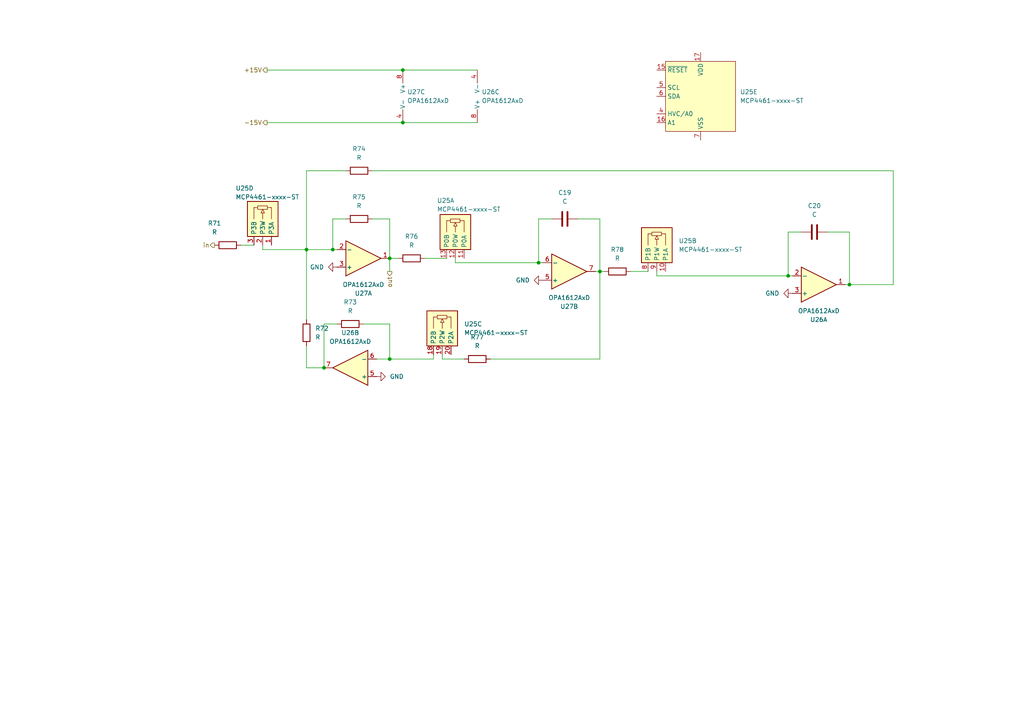
<source format=kicad_sch>
(kicad_sch (version 20250114) (generator "eeschema") (generator_version "9.0")
  (paper "A4")
  (lib_symbols
    (symbol "Amplifier_Operational:OPA1612AxD" (pin_names (offset 0.127))
      (property "Reference" "U" (at 0 5.08 0))
      (property "Value" "OPA1612AxD" (at 0 -5.08 0))
      (symbol "OPA1612AxD_1_1"
        (polyline (pts (xy -5.08 5.08) (xy 5.08 0) (xy -5.08 -5.08) (xy -5.08 5.08)) (stroke (width 0.254)) (fill (type background)))
        (pin input line (at -7.62 2.54 0) (length 2.54) (name "+") (number "3"))
        (pin input line (at -7.62 -2.54 0) (length 2.54) (name "-") (number "2"))
        (pin output line (at 7.62 0 180) (length 2.54) (name "~") (number "1"))
      )
      (symbol "OPA1612AxD_2_1"
        (polyline (pts (xy -5.08 5.08) (xy 5.08 0) (xy -5.08 -5.08) (xy -5.08 5.08)) (stroke (width 0.254)) (fill (type background)))
        (pin input line (at -7.62 2.54 0) (length 2.54) (name "+") (number "5"))
        (pin input line (at -7.62 -2.54 0) (length 2.54) (name "-") (number "6"))
        (pin output line (at 7.62 0 180) (length 2.54) (name "~") (number "7"))
      )
      (symbol "OPA1612AxD_3_1"
        (pin power_in line (at -2.54 7.62 270) (length 3.81) (name "V+") (number "8"))
        (pin power_in line (at -2.54 -7.62 90) (length 3.81) (name "V-") (number "4"))
      )
    )
    (symbol "Device:C" (pin_numbers (hide yes)) (pin_names (offset 0.254))
      (property "Reference" "C" (at 0.635 2.54 0))
      (property "Value" "C" (at 0.635 -2.54 0))
      (symbol "C_0_1"
        (polyline (pts (xy -2.032 0.762) (xy 2.032 0.762)) (stroke (width 0.508)))
        (polyline (pts (xy -2.032 -0.762) (xy 2.032 -0.762)) (stroke (width 0.508)))
      )
      (symbol "C_1_1"
        (pin passive line (at 0 3.81 270) (length 2.794) (name "~") (number "1"))
        (pin passive line (at 0 -3.81 90) (length 2.794) (name "~") (number "2"))
      )
    )
    (symbol "Device:R" (pin_numbers (hide yes)) (pin_names (offset 0))
      (property "Reference" "R" (at 2.032 0 90))
      (property "Value" "R" (at 0 0 90))
      (symbol "R_0_1"
        (rectangle (start -1.016 -2.54) (end 1.016 2.54) (stroke (width 0.254)))
      )
      (symbol "R_1_1"
        (pin passive line (at 0 3.81 270) (length 1.27) (name "~") (number "1"))
        (pin passive line (at 0 -3.81 90) (length 1.27) (name "~") (number "2"))
      )
    )
    (symbol "Potentiometer_Digital:MCP4461-xxxx-ST"
      (property "Reference" "U" (at -8.89 11.43 0))
      (property "Value" "MCP4461-xxxx-ST" (at 10.16 -11.43 0))
      (symbol "MCP4461-xxxx-ST_1_1"
        (polyline (pts (xy 1.7272 0) (xy 0 0)))
        (polyline (pts (xy 1.7272 -0.508) (xy 1.7272 0.508) (xy 2.7432 0) (xy 1.7272 -0.508) (xy 1.7272 -0.508)))
        (polyline (pts (xy 3.302 2.54) (xy 0 2.54)) (fill (type background)))
        (polyline (pts (xy 3.302 2.54) (xy 3.302 2.286) (xy 3.302 2.286)) (fill (type background)))
        (polyline (pts (xy 3.302 2.286) (xy 3.302 1.4478)))
        (polyline (pts (xy 3.302 -2.3114) (xy 3.302 -1.3716)))
        (polyline (pts (xy 3.302 -2.54) (xy 0 -2.54)) (fill (type background)))
        (polyline (pts (xy 3.302 -2.54) (xy 3.302 -2.286) (xy 3.302 -2.286)))
        (rectangle (start 3.7846 -1.3462) (end 2.7686 1.4478))
        (rectangle (start 5.08 -4.445) (end -5.08 4.445) (stroke (width 0.254)) (fill (type background)))
        (pin passive line (at -7.62 2.54 0) (length 2.54) (name "P0B") (number "13"))
        (pin passive line (at -7.62 0 0) (length 2.54) (name "P0W") (number "12"))
        (pin passive line (at -7.62 -2.54 0) (length 2.54) (name "P0A") (number "11"))
      )
      (symbol "MCP4461-xxxx-ST_2_1"
        (polyline (pts (xy 1.7272 0) (xy 0 0)))
        (polyline (pts (xy 1.7272 -0.508) (xy 1.7272 0.508) (xy 2.7432 0) (xy 1.7272 -0.508) (xy 1.7272 -0.508)))
        (polyline (pts (xy 3.302 2.54) (xy 0 2.54)) (fill (type background)))
        (polyline (pts (xy 3.302 2.54) (xy 3.302 2.286) (xy 3.302 2.286)) (fill (type background)))
        (polyline (pts (xy 3.302 2.286) (xy 3.302 1.4478)))
        (polyline (pts (xy 3.302 -2.3114) (xy 3.302 -1.3716)))
        (polyline (pts (xy 3.302 -2.54) (xy 0 -2.54)) (fill (type background)))
        (polyline (pts (xy 3.302 -2.54) (xy 3.302 -2.286) (xy 3.302 -2.286)))
        (rectangle (start 3.7846 -1.3462) (end 2.7686 1.4478))
        (rectangle (start 5.08 -4.445) (end -5.08 4.445) (stroke (width 0.254)) (fill (type background)))
        (pin passive line (at -7.62 2.54 0) (length 2.54) (name "P1B") (number "8"))
        (pin passive line (at -7.62 0 0) (length 2.54) (name "P1W") (number "9"))
        (pin passive line (at -7.62 -2.54 0) (length 2.54) (name "P1A") (number "10"))
      )
      (symbol "MCP4461-xxxx-ST_3_1"
        (polyline (pts (xy 1.7272 0) (xy 0 0)))
        (polyline (pts (xy 1.7272 -0.508) (xy 1.7272 0.508) (xy 2.7432 0) (xy 1.7272 -0.508) (xy 1.7272 -0.508)))
        (polyline (pts (xy 3.302 2.54) (xy 0 2.54)) (fill (type background)))
        (polyline (pts (xy 3.302 2.54) (xy 3.302 2.286) (xy 3.302 2.286)) (fill (type background)))
        (polyline (pts (xy 3.302 2.286) (xy 3.302 1.4478)))
        (polyline (pts (xy 3.302 -2.3114) (xy 3.302 -1.3716)))
        (polyline (pts (xy 3.302 -2.54) (xy 0 -2.54)) (fill (type background)))
        (polyline (pts (xy 3.302 -2.54) (xy 3.302 -2.286) (xy 3.302 -2.286)))
        (rectangle (start 3.7846 -1.3462) (end 2.7686 1.4478))
        (rectangle (start 5.08 -4.445) (end -5.08 4.445) (stroke (width 0.254)) (fill (type background)))
        (pin passive line (at -7.62 2.54 0) (length 2.54) (name "P2B") (number "18"))
        (pin passive line (at -7.62 0 0) (length 2.54) (name "P2W") (number "19"))
        (pin passive line (at -7.62 -2.54 0) (length 2.54) (name "P2A") (number "20"))
      )
      (symbol "MCP4461-xxxx-ST_4_1"
        (polyline (pts (xy 1.7272 0) (xy 0 0)))
        (polyline (pts (xy 1.7272 -0.508) (xy 1.7272 0.508) (xy 2.7432 0) (xy 1.7272 -0.508) (xy 1.7272 -0.508)))
        (polyline (pts (xy 3.302 2.54) (xy 0 2.54)) (fill (type background)))
        (polyline (pts (xy 3.302 2.54) (xy 3.302 2.286) (xy 3.302 2.286)) (fill (type background)))
        (polyline (pts (xy 3.302 2.286) (xy 3.302 1.4478)))
        (polyline (pts (xy 3.302 -2.3114) (xy 3.302 -1.3716)))
        (polyline (pts (xy 3.302 -2.54) (xy 0 -2.54)) (fill (type background)))
        (polyline (pts (xy 3.302 -2.54) (xy 3.302 -2.286) (xy 3.302 -2.286)))
        (rectangle (start 3.7846 -1.3462) (end 2.7686 1.4478))
        (rectangle (start 5.08 -4.445) (end -5.08 4.445) (stroke (width 0.254)) (fill (type background)))
        (pin passive line (at -7.62 2.54 0) (length 2.54) (name "P3B") (number "3"))
        (pin passive line (at -7.62 0 0) (length 2.54) (name "P3W") (number "2"))
        (pin passive line (at -7.62 -2.54 0) (length 2.54) (name "P3A") (number "1"))
      )
      (symbol "MCP4461-xxxx-ST_5_1"
        (rectangle (start -10.16 10.16) (end 10.16 -10.16) (fill (type background)))
        (pin input line (at -12.7 7.62 0) (length 2.54) (name "~{RESET}") (number "15"))
        (pin input line (at -12.7 2.54 0) (length 2.54) (name "SCL") (number "5"))
        (pin bidirectional line (at -12.7 0 0) (length 2.54) (name "SDA") (number "6"))
        (pin input line (at -12.7 -5.08 0) (length 2.54) (name "HVC/A0") (number "4"))
        (pin input line (at -12.7 -7.62 0) (length 2.54) (name "A1") (number "16"))
        (pin no_connect line (at -10.16 -2.54 0) (length 2.54) (hide yes) (name "NC") (number "14"))
        (pin power_in line (at 0 12.7 270) (length 2.54) (name "VDD") (number "17"))
        (pin power_in line (at 0 -12.7 90) (length 2.54) (name "VSS") (number "7"))
      )
    )
    (symbol "power:GND" (power) (pin_numbers (hide yes)) (pin_names (offset 0) (hide yes))
      (property "Value" "GND" (at 0 -3.81 0))
      (symbol "GND_0_1"
        (polyline (pts (xy 0 0) (xy 0 -1.27) (xy 1.27 -1.27) (xy 0 -2.54) (xy -1.27 -1.27) (xy 0 -1.27)))
      )
      (symbol "GND_1_1"
        (pin power_in line (at 0 0 270) (length 0) (name "~") (number "1"))
      )
    )
  )
  (junction (at 173.99 78.74))
  (junction (at 156.21 76.2))
  (junction (at 116.84 20.32))
  (junction (at 228.6 80.01))
  (junction (at 96.52 72.39))
  (junction (at 113.03 104.14))
  (junction (at 113.03 74.93))
  (junction (at 246.38 82.55))
  (junction (at 88.9 72.39))
  (junction (at 116.84 35.56))
  (junction (at 93.98 106.68))
  (wire (pts (xy 190.5 80.01) (xy 228.6 80.01)))
  (wire (pts (xy 132.08 76.2) (xy 156.21 76.2)))
  (wire (pts (xy 96.52 63.5) (xy 96.52 72.39)))
  (wire (pts (xy 113.03 93.98) (xy 113.03 104.14)))
  (wire (pts (xy 76.2 72.39) (xy 88.9 72.39)))
  (wire (pts (xy 105.41 93.98) (xy 113.03 93.98)))
  (wire (pts (xy 173.99 78.74) (xy 175.26 78.74)))
  (wire (pts (xy 128.27 102.87) (xy 128.27 104.14)))
  (wire (pts (xy 100.33 63.5) (xy 96.52 63.5)))
  (wire (pts (xy 113.03 63.5) (xy 107.95 63.5)))
  (wire (pts (xy 190.5 78.74) (xy 190.5 80.01)))
  (wire (pts (xy 113.03 104.14) (xy 109.22 104.14)))
  (wire (pts (xy 97.79 72.39) (xy 96.52 72.39)))
  (wire (pts (xy 172.72 78.74) (xy 173.99 78.74)))
  (wire (pts (xy 113.03 74.93) (xy 115.57 74.93)))
  (wire (pts (xy 93.98 106.68) (xy 93.98 93.98)))
  (wire (pts (xy 88.9 49.53) (xy 88.9 72.39)))
  (wire (pts (xy 123.19 74.93) (xy 129.54 74.93)))
  (wire (pts (xy 246.38 82.55) (xy 259.08 82.55)))
  (wire (pts (xy 156.21 63.5) (xy 156.21 76.2)))
  (wire (pts (xy 156.21 76.2) (xy 157.48 76.2)))
  (wire (pts (xy 77.47 20.32) (xy 116.84 20.32)))
  (wire (pts (xy 125.73 102.87) (xy 125.73 104.14)))
  (wire (pts (xy 125.73 104.14) (xy 113.03 104.14)))
  (wire (pts (xy 93.98 93.98) (xy 97.79 93.98)))
  (wire (pts (xy 116.84 20.32) (xy 138.43 20.32)))
  (wire (pts (xy 113.03 78.74) (xy 113.03 74.93)))
  (wire (pts (xy 88.9 72.39) (xy 88.9 92.71)))
  (wire (pts (xy 96.52 72.39) (xy 88.9 72.39)))
  (wire (pts (xy 228.6 80.01) (xy 229.87 80.01)))
  (wire (pts (xy 173.99 78.74) (xy 173.99 104.14)))
  (wire (pts (xy 116.84 35.56) (xy 138.43 35.56)))
  (wire (pts (xy 107.95 49.53) (xy 259.08 49.53)))
  (wire (pts (xy 246.38 82.55) (xy 246.38 67.31)))
  (wire (pts (xy 116.84 35.56) (xy 77.47 35.56)))
  (wire (pts (xy 76.2 72.39) (xy 76.2 71.12)))
  (wire (pts (xy 160.02 63.5) (xy 156.21 63.5)))
  (wire (pts (xy 173.99 78.74) (xy 173.99 63.5)))
  (wire (pts (xy 69.85 71.12) (xy 73.66 71.12)))
  (wire (pts (xy 245.11 82.55) (xy 246.38 82.55)))
  (wire (pts (xy 173.99 63.5) (xy 167.64 63.5)))
  (wire (pts (xy 88.9 100.33) (xy 88.9 106.68)))
  (wire (pts (xy 259.08 82.55) (xy 259.08 49.53)))
  (wire (pts (xy 228.6 67.31) (xy 228.6 80.01)))
  (wire (pts (xy 182.88 78.74) (xy 187.96 78.74)))
  (wire (pts (xy 128.27 104.14) (xy 134.62 104.14)))
  (wire (pts (xy 88.9 106.68) (xy 93.98 106.68)))
  (wire (pts (xy 113.03 74.93) (xy 113.03 63.5)))
  (wire (pts (xy 132.08 74.93) (xy 132.08 76.2)))
  (wire (pts (xy 142.24 104.14) (xy 173.99 104.14)))
  (wire (pts (xy 100.33 49.53) (xy 88.9 49.53)))
  (wire (pts (xy 246.38 67.31) (xy 240.03 67.31)))
  (wire (pts (xy 232.41 67.31) (xy 228.6 67.31)))
  (hierarchical_label "in" (shape output) (at 62.23 71.12 180))
  (hierarchical_label "+15V" (shape output) (at 77.47 20.32 180))
  (hierarchical_label "out" (shape output) (at 113.03 78.74 270))
  (hierarchical_label "-15V" (shape output) (at 77.47 35.56 180))
  (symbol (lib_id "Device:R") (at 66.04 71.12 90) (unit 1)
    (property "Reference" "R71" (at 62.23 64.77 90))
    (property "Value" "R" (at 62.23 67.31 90))
    (property "Description" "Resistor" (effects (hide yes)))
    (instances (project "KICAD PEQ" (path "" (reference "R71") (unit 1)) (path "" (reference "R79") (unit 1))))
  )
  (symbol (lib_id "Device:R") (at 88.9 96.52 180) (unit 1)
    (property "Reference" "R72" (at 91.44 95.2499 0) (effects (justify right)))
    (property "Value" "R" (at 91.44 97.7899 0) (effects (justify right)))
    (property "Description" "Resistor" (effects (hide yes)))
    (instances (project "KICAD PEQ" (path "" (reference "R72") (unit 1)) (path "" (reference "R80") (unit 1))))
  )
  (symbol (lib_id "Potentiometer_Digital:MCP4461-xxxx-ST") (at 203.2 27.94 0) (unit 5)
    (property "Reference" "U25" (at 214.63 26.6699 0) (effects (justify left)))
    (property "Value" "MCP4461-xxxx-ST" (at 214.63 29.2099 0) (effects (justify left)))
    (property "Footprint" "Package_SO:TSSOP-20_4.4x6.5mm_P0.65mm" (effects (hide yes)))
    (property "Datasheet" "https://ww1.microchip.com/downloads/en/DeviceDoc/22267A_MCP4431.pdf" (effects (hide yes)))
    (property "Description" "Quad 8 Bit Digital Potentiometer, I²C, Nonvolatile Memory, TSSOP-20" (effects (hide yes)))
    (instances (project "KICAD PEQ" (path "" (reference "U25") (unit 5)) (path "" (reference "U28") (unit 5))))
  )
  (symbol (lib_id "Device:C") (at 236.22 67.31 90) (unit 1)
    (property "Reference" "C20" (at 236.22 59.69 90))
    (property "Value" "C" (at 236.22 62.23 90))
    (property "Description" "Unpolarized capacitor" (effects (hide yes)))
    (instances (project "KICAD PEQ" (path "" (reference "C20") (unit 1)) (path "" (reference "C22") (unit 1))))
  )
  (symbol (lib_id "Device:C") (at 163.83 63.5 90) (unit 1)
    (property "Reference" "C19" (at 163.83 55.88 90))
    (property "Value" "C" (at 163.83 58.42 90))
    (property "Description" "Unpolarized capacitor" (effects (hide yes)))
    (instances (project "KICAD PEQ" (path "" (reference "C19") (unit 1)) (path "" (reference "C21") (unit 1))))
  )
  (symbol (lib_id "Potentiometer_Digital:MCP4461-xxxx-ST") (at 190.5 71.12 90) (unit 2)
    (property "Reference" "U25" (at 196.85 69.8499 90) (effects (justify right)))
    (property "Value" "MCP4461-xxxx-ST" (at 196.85 72.3899 90) (effects (justify right)))
    (property "Footprint" "Package_SO:TSSOP-20_4.4x6.5mm_P0.65mm" (effects (hide yes)))
    (property "Datasheet" "https://ww1.microchip.com/downloads/en/DeviceDoc/22267A_MCP4431.pdf" (effects (hide yes)))
    (property "Description" "Quad 8 Bit Digital Potentiometer, I²C, Nonvolatile Memory, TSSOP-20" (effects (hide yes)))
    (instances (project "KICAD PEQ" (path "" (reference "U25") (unit 2)) (path "" (reference "U28") (unit 2))))
  )
  (symbol (lib_id "power:GND") (at 109.22 109.22 90) (unit 1)
    (property "Reference" "#PWR044" (effects (hide yes)))
    (property "Value" "GND" (at 113.03 109.2199 90) (effects (justify right)))
    (property "Description" "Power symbol creates a global label with name \"GND\" , ground" (effects (hide yes)))
    (instances (project "KICAD PEQ" (path "" (reference "#PWR044") (unit 1)) (path "" (reference "#PWR048") (unit 1))))
  )
  (symbol (lib_id "Device:R") (at 138.43 104.14 90) (unit 1)
    (property "Reference" "R77" (at 138.43 97.79 90))
    (property "Value" "R" (at 138.43 100.33 90))
    (property "Description" "Resistor" (effects (hide yes)))
    (instances (project "KICAD PEQ" (path "" (reference "R77") (unit 1)) (path "" (reference "R85") (unit 1))))
  )
  (symbol (lib_id "power:GND") (at 157.48 81.28 270) (unit 1)
    (property "Reference" "#PWR045" (effects (hide yes)))
    (property "Value" "GND" (at 153.67 81.2799 90) (effects (justify right)))
    (property "Description" "Power symbol creates a global label with name \"GND\" , ground" (effects (hide yes)))
    (instances (project "KICAD PEQ" (path "" (reference "#PWR045") (unit 1)) (path "" (reference "#PWR049") (unit 1))))
  )
  (symbol (lib_id "Device:R") (at 104.14 49.53 90) (unit 1)
    (property "Reference" "R74" (at 104.14 43.18 90))
    (property "Value" "R" (at 104.14 45.72 90))
    (property "Description" "Resistor" (effects (hide yes)))
    (instances (project "KICAD PEQ" (path "" (reference "R74") (unit 1)) (path "" (reference "R82") (unit 1))))
  )
  (symbol (lib_id "Device:R") (at 119.38 74.93 90) (unit 1)
    (property "Reference" "R76" (at 119.38 68.58 90))
    (property "Value" "R" (at 119.38 71.12 90))
    (property "Description" "Resistor" (effects (hide yes)))
    (instances (project "KICAD PEQ" (path "" (reference "R76") (unit 1)) (path "" (reference "R84") (unit 1))))
  )
  (symbol (lib_id "Amplifier_Operational:OPA1612AxD") (at 101.6 106.68 180) (unit 2)
    (property "Reference" "U26" (at 101.6 96.52 0))
    (property "Value" "OPA1612AxD" (at 101.6 99.06 0))
    (property "Footprint" "Package_SO:SOIC-8_5.3x6.2mm_P1.27mm" (effects (hide yes)))
    (property "Datasheet" "http://www.ti.com/lit/ds/symlink/opa1612.pdf" (effects (hide yes)))
    (property "Description" "Dual SoundPlus High Performance, Bipolar-Input Audio Operational Amplifiers, SOIC-8" (effects (hide yes)))
    (instances (project "KICAD PEQ" (path "" (reference "U26") (unit 2)) (path "" (reference "U29") (unit 2))))
  )
  (symbol (lib_id "power:GND") (at 229.87 85.09 270) (unit 1)
    (property "Reference" "#PWR046" (effects (hide yes)))
    (property "Value" "GND" (at 226.06 85.0899 90) (effects (justify right)))
    (property "Description" "Power symbol creates a global label with name \"GND\" , ground" (effects (hide yes)))
    (instances (project "KICAD PEQ" (path "" (reference "#PWR046") (unit 1)) (path "" (reference "#PWR050") (unit 1))))
  )
  (symbol (lib_id "Amplifier_Operational:OPA1612AxD") (at 237.49 82.55 0) (mirror x) (unit 1)
    (property "Reference" "U26" (at 237.49 92.71 0))
    (property "Value" "OPA1612AxD" (at 237.49 90.17 0))
    (property "Footprint" "Package_SO:SOIC-8_5.3x6.2mm_P1.27mm" (effects (hide yes)))
    (property "Datasheet" "http://www.ti.com/lit/ds/symlink/opa1612.pdf" (effects (hide yes)))
    (property "Description" "Dual SoundPlus High Performance, Bipolar-Input Audio Operational Amplifiers, SOIC-8" (effects (hide yes)))
    (instances (project "KICAD PEQ" (path "" (reference "U26") (unit 1)) (path "" (reference "U29") (unit 1))))
  )
  (symbol (lib_id "Device:R") (at 104.14 63.5 90) (unit 1)
    (property "Reference" "R75" (at 104.14 57.15 90))
    (property "Value" "R" (at 104.14 59.69 90))
    (property "Description" "Resistor" (effects (hide yes)))
    (instances (project "KICAD PEQ" (path "" (reference "R75") (unit 1)) (path "" (reference "R83") (unit 1))))
  )
  (symbol (lib_id "Potentiometer_Digital:MCP4461-xxxx-ST") (at 76.2 63.5 90) (unit 4)
    (property "Reference" "U25" (at 68.326 54.61 90) (effects (justify right)))
    (property "Value" "MCP4461-xxxx-ST" (at 68.326 57.15 90) (effects (justify right)))
    (property "Footprint" "Package_SO:TSSOP-20_4.4x6.5mm_P0.65mm" (effects (hide yes)))
    (property "Datasheet" "https://ww1.microchip.com/downloads/en/DeviceDoc/22267A_MCP4431.pdf" (effects (hide yes)))
    (property "Description" "Quad 8 Bit Digital Potentiometer, I²C, Nonvolatile Memory, TSSOP-20" (effects (hide yes)))
    (instances (project "KICAD PEQ" (path "" (reference "U25") (unit 4)) (path "" (reference "U28") (unit 4))))
  )
  (symbol (lib_id "Amplifier_Operational:OPA1612AxD") (at 135.89 27.94 180) (unit 3)
    (property "Reference" "U26" (at 139.7 26.6699 0) (effects (justify right)))
    (property "Value" "OPA1612AxD" (at 139.7 29.2099 0) (effects (justify right)))
    (property "Footprint" "Package_SO:SOIC-8_5.3x6.2mm_P1.27mm" (effects (hide yes)))
    (property "Datasheet" "http://www.ti.com/lit/ds/symlink/opa1612.pdf" (effects (hide yes)))
    (property "Description" "Dual SoundPlus High Performance, Bipolar-Input Audio Operational Amplifiers, SOIC-8" (effects (hide yes)))
    (instances (project "KICAD PEQ" (path "" (reference "U26") (unit 3)) (path "" (reference "U29") (unit 3))))
  )
  (symbol (lib_id "power:GND") (at 97.79 77.47 270) (unit 1)
    (property "Reference" "#PWR043" (effects (hide yes)))
    (property "Value" "GND" (at 93.98 77.4699 90) (effects (justify right)))
    (property "Description" "Power symbol creates a global label with name \"GND\" , ground" (effects (hide yes)))
    (instances (project "KICAD PEQ" (path "" (reference "#PWR043") (unit 1)) (path "" (reference "#PWR047") (unit 1))))
  )
  (symbol (lib_id "Device:R") (at 179.07 78.74 90) (unit 1)
    (property "Reference" "R78" (at 179.07 72.39 90))
    (property "Value" "R" (at 179.07 74.93 90))
    (property "Description" "Resistor" (effects (hide yes)))
    (instances (project "KICAD PEQ" (path "" (reference "R78") (unit 1)) (path "" (reference "R86") (unit 1))))
  )
  (symbol (lib_id "Amplifier_Operational:OPA1612AxD") (at 119.38 27.94 0) (unit 3)
    (property "Reference" "U27" (at 118.11 26.6699 0) (effects (justify left)))
    (property "Value" "OPA1612AxD" (at 118.11 29.2099 0) (effects (justify left)))
    (property "Footprint" "Package_SO:SOIC-8_5.3x6.2mm_P1.27mm" (effects (hide yes)))
    (property "Datasheet" "http://www.ti.com/lit/ds/symlink/opa1612.pdf" (effects (hide yes)))
    (property "Description" "Dual SoundPlus High Performance, Bipolar-Input Audio Operational Amplifiers, SOIC-8" (effects (hide yes)))
    (instances (project "KICAD PEQ" (path "" (reference "U27") (unit 3)) (path "" (reference "U30") (unit 3))))
  )
  (symbol (lib_id "Potentiometer_Digital:MCP4461-xxxx-ST") (at 132.08 67.31 90) (unit 1)
    (property "Reference" "U25" (at 126.746 58.166 90) (effects (justify right)))
    (property "Value" "MCP4461-xxxx-ST" (at 126.746 60.706 90) (effects (justify right)))
    (property "Footprint" "Package_SO:TSSOP-20_4.4x6.5mm_P0.65mm" (effects (hide yes)))
    (property "Datasheet" "https://ww1.microchip.com/downloads/en/DeviceDoc/22267A_MCP4431.pdf" (effects (hide yes)))
    (property "Description" "Quad 8 Bit Digital Potentiometer, I²C, Nonvolatile Memory, TSSOP-20" (effects (hide yes)))
    (instances (project "KICAD PEQ" (path "" (reference "U25") (unit 1)) (path "" (reference "U28") (unit 1))))
  )
  (symbol (lib_id "Amplifier_Operational:OPA1612AxD") (at 105.41 74.93 0) (mirror x) (unit 1)
    (property "Reference" "U27" (at 105.41 85.09 0))
    (property "Value" "OPA1612AxD" (at 105.41 82.55 0))
    (property "Footprint" "Package_SO:SOIC-8_5.3x6.2mm_P1.27mm" (effects (hide yes)))
    (property "Datasheet" "http://www.ti.com/lit/ds/symlink/opa1612.pdf" (effects (hide yes)))
    (property "Description" "Dual SoundPlus High Performance, Bipolar-Input Audio Operational Amplifiers, SOIC-8" (effects (hide yes)))
    (instances (project "KICAD PEQ" (path "" (reference "U27") (unit 1)) (path "" (reference "U30") (unit 1))))
  )
  (symbol (lib_id "Potentiometer_Digital:MCP4461-xxxx-ST") (at 128.27 95.25 90) (unit 3)
    (property "Reference" "U25" (at 134.62 93.9799 90) (effects (justify right)))
    (property "Value" "MCP4461-xxxx-ST" (at 134.62 96.5199 90) (effects (justify right)))
    (property "Footprint" "Package_SO:TSSOP-20_4.4x6.5mm_P0.65mm" (effects (hide yes)))
    (property "Datasheet" "https://ww1.microchip.com/downloads/en/DeviceDoc/22267A_MCP4431.pdf" (effects (hide yes)))
    (property "Description" "Quad 8 Bit Digital Potentiometer, I²C, Nonvolatile Memory, TSSOP-20" (effects (hide yes)))
    (instances (project "KICAD PEQ" (path "" (reference "U25") (unit 3)) (path "" (reference "U28") (unit 3))))
  )
  (symbol (lib_id "Amplifier_Operational:OPA1612AxD") (at 165.1 78.74 0) (mirror x) (unit 2)
    (property "Reference" "U27" (at 165.1 88.9 0))
    (property "Value" "OPA1612AxD" (at 165.1 86.36 0))
    (property "Footprint" "Package_SO:SOIC-8_5.3x6.2mm_P1.27mm" (effects (hide yes)))
    (property "Datasheet" "http://www.ti.com/lit/ds/symlink/opa1612.pdf" (effects (hide yes)))
    (property "Description" "Dual SoundPlus High Performance, Bipolar-Input Audio Operational Amplifiers, SOIC-8" (effects (hide yes)))
    (instances (project "KICAD PEQ" (path "" (reference "U27") (unit 2)) (path "" (reference "U30") (unit 2))))
  )
  (symbol (lib_id "Device:R") (at 101.6 93.98 90) (unit 1)
    (property "Reference" "R73" (at 101.6 87.63 90))
    (property "Value" "R" (at 101.6 90.17 90))
    (property "Description" "Resistor" (effects (hide yes)))
    (instances (project "KICAD PEQ" (path "" (reference "R73") (unit 1)) (path "" (reference "R81") (unit 1))))
  )
)
</source>
